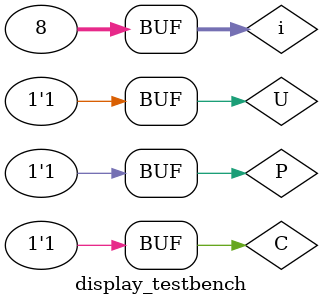
<source format=sv>
module display (HEX2, HEX1, HEX0, U, P, C);
	input logic U, P, C;
	output logic [6:0] HEX2, HEX1, HEX0;
	
	always_comb begin
		case (C)
			1'b0: HEX0 = 7'b1000000;
			1'b1: HEX0 = 7'b1111001;
			default: HEX0 = 7'b0111111;
		endcase
	end
	
	always_comb begin
		case (P)
			1'b0: HEX1 = 7'b1000000;
			1'b1: HEX1 = 7'b1111001;
			default: HEX1 = 7'b0111111;
		endcase
	end

	always_comb begin
		case (U)
			1'b0: HEX2 = 7'b1000000;
			1'b1: HEX2 = 7'b1111001;
			default: HEX2 = 7'b0111111;
		endcase
	end
endmodule

module display_testbench();
	logic U, P, C;
	logic [6:0] HEX2, HEX1, HEX0;
	
	display dut (.HEX2, .HEX1, .HEX0, .U, .P, .C);
	
	// try all combinations
	integer i;
	initial begin
		for (i=0; i<8; i++) begin
			{U, P, C} = i; #10;
		end
	end
endmodule

</source>
